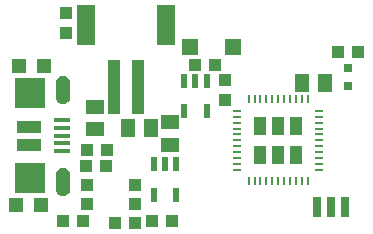
<source format=gbr>
G04 EAGLE Gerber RS-274X export*
G75*
%MOMM*%
%FSLAX34Y34*%
%LPD*%
%INSolderpaste Top*%
%IPPOS*%
%AMOC8*
5,1,8,0,0,1.08239X$1,22.5*%
G01*
%ADD10R,1.500000X1.300000*%
%ADD11R,1.000000X1.100000*%
%ADD12R,1.100000X1.000000*%
%ADD13R,1.300000X1.500000*%
%ADD14R,1.200000X1.200000*%
%ADD15R,0.250000X0.800000*%
%ADD16R,0.800000X0.250000*%
%ADD17R,1.000000X1.500000*%
%ADD18R,1.000000X1.000000*%
%ADD19R,0.700000X1.700000*%
%ADD20R,1.350000X0.400000*%
%ADD21R,2.000000X1.000000*%
%ADD22R,2.500000X2.500000*%
%ADD23R,0.550000X1.200000*%
%ADD24R,1.400000X1.400000*%
%ADD25R,1.000000X4.600000*%
%ADD26R,1.600000X3.400000*%
%ADD27R,0.800000X0.800000*%

G36*
X53548Y141173D02*
X53548Y141173D01*
X54822Y141373D01*
X54869Y141390D01*
X54959Y141411D01*
X56155Y141889D01*
X56198Y141916D01*
X56281Y141956D01*
X57341Y142688D01*
X57377Y142724D01*
X57448Y142782D01*
X58319Y143732D01*
X58346Y143774D01*
X58403Y143847D01*
X59040Y144967D01*
X59057Y145014D01*
X59096Y145097D01*
X59469Y146331D01*
X59474Y146381D01*
X59494Y146471D01*
X59583Y147756D01*
X59581Y147776D01*
X59584Y147800D01*
X59584Y158800D01*
X59582Y158815D01*
X59583Y158835D01*
X59522Y159961D01*
X59511Y160008D01*
X59503Y160084D01*
X59222Y161177D01*
X59202Y161221D01*
X59180Y161294D01*
X58692Y162311D01*
X58664Y162350D01*
X58627Y162417D01*
X57950Y163320D01*
X57915Y163353D01*
X57866Y163411D01*
X57026Y164164D01*
X56985Y164190D01*
X56925Y164238D01*
X55954Y164812D01*
X55909Y164829D01*
X55842Y164865D01*
X54777Y165239D01*
X54730Y165247D01*
X54657Y165269D01*
X53540Y165428D01*
X53512Y165427D01*
X53360Y165428D01*
X52244Y165269D01*
X52198Y165254D01*
X52123Y165239D01*
X51058Y164865D01*
X51016Y164841D01*
X50946Y164812D01*
X49975Y164238D01*
X49938Y164206D01*
X49874Y164164D01*
X49034Y163411D01*
X49005Y163374D01*
X48950Y163320D01*
X48273Y162417D01*
X48251Y162374D01*
X48208Y162311D01*
X47720Y161294D01*
X47707Y161247D01*
X47678Y161177D01*
X47397Y160084D01*
X47394Y160036D01*
X47378Y159961D01*
X47317Y158835D01*
X47319Y158819D01*
X47316Y158800D01*
X47316Y147800D01*
X47319Y147785D01*
X47317Y147765D01*
X47378Y146639D01*
X47390Y146592D01*
X47397Y146516D01*
X47678Y145423D01*
X47698Y145379D01*
X47720Y145306D01*
X48208Y144289D01*
X48237Y144250D01*
X48273Y144183D01*
X48950Y143280D01*
X48985Y143247D01*
X49034Y143189D01*
X49874Y142436D01*
X49915Y142410D01*
X49975Y142362D01*
X50946Y141788D01*
X50991Y141771D01*
X51058Y141735D01*
X52123Y141361D01*
X52170Y141353D01*
X52244Y141331D01*
X53360Y141172D01*
X53361Y141172D01*
X53548Y141173D01*
G37*
G36*
X53548Y63173D02*
X53548Y63173D01*
X54822Y63373D01*
X54869Y63390D01*
X54959Y63411D01*
X56155Y63889D01*
X56198Y63916D01*
X56281Y63956D01*
X57341Y64688D01*
X57377Y64724D01*
X57448Y64782D01*
X58319Y65732D01*
X58346Y65774D01*
X58403Y65847D01*
X59040Y66967D01*
X59057Y67014D01*
X59096Y67097D01*
X59469Y68331D01*
X59474Y68381D01*
X59494Y68471D01*
X59583Y69756D01*
X59581Y69776D01*
X59584Y69800D01*
X59584Y80800D01*
X59582Y80815D01*
X59583Y80835D01*
X59522Y81961D01*
X59511Y82008D01*
X59503Y82084D01*
X59222Y83177D01*
X59202Y83221D01*
X59180Y83294D01*
X58692Y84311D01*
X58664Y84350D01*
X58627Y84417D01*
X57950Y85320D01*
X57915Y85353D01*
X57866Y85411D01*
X57026Y86164D01*
X56985Y86190D01*
X56925Y86238D01*
X55954Y86812D01*
X55909Y86829D01*
X55842Y86865D01*
X54777Y87239D01*
X54730Y87247D01*
X54657Y87269D01*
X53540Y87428D01*
X53512Y87427D01*
X53360Y87428D01*
X52244Y87269D01*
X52198Y87254D01*
X52123Y87239D01*
X51058Y86865D01*
X51016Y86841D01*
X50946Y86812D01*
X49975Y86238D01*
X49938Y86206D01*
X49874Y86164D01*
X49034Y85411D01*
X49005Y85374D01*
X48950Y85320D01*
X48273Y84417D01*
X48251Y84374D01*
X48208Y84311D01*
X47720Y83294D01*
X47707Y83247D01*
X47678Y83177D01*
X47397Y82084D01*
X47394Y82036D01*
X47378Y81961D01*
X47317Y80835D01*
X47319Y80819D01*
X47316Y80800D01*
X47316Y69800D01*
X47319Y69785D01*
X47317Y69765D01*
X47378Y68639D01*
X47390Y68592D01*
X47397Y68516D01*
X47678Y67423D01*
X47698Y67379D01*
X47720Y67306D01*
X48208Y66289D01*
X48237Y66250D01*
X48273Y66183D01*
X48950Y65280D01*
X48985Y65247D01*
X49034Y65189D01*
X49874Y64436D01*
X49915Y64410D01*
X49975Y64362D01*
X50946Y63788D01*
X50991Y63771D01*
X51058Y63735D01*
X52123Y63361D01*
X52170Y63353D01*
X52244Y63331D01*
X53360Y63172D01*
X53361Y63172D01*
X53548Y63173D01*
G37*
D10*
X80880Y120090D03*
X80880Y139090D03*
D11*
X190670Y144410D03*
X190670Y161410D03*
D10*
X143660Y125740D03*
X143660Y106740D03*
D12*
X73690Y102680D03*
X90690Y102680D03*
X72998Y88787D03*
X89998Y88787D03*
D13*
X256152Y159054D03*
X275152Y159054D03*
D14*
X15950Y173590D03*
X36950Y173590D03*
D15*
X210585Y75740D03*
X215585Y75740D03*
X220585Y75740D03*
X225585Y75740D03*
X230585Y75740D03*
X235585Y75740D03*
X240585Y75740D03*
X245585Y75740D03*
X250585Y75740D03*
X255585Y75740D03*
X260585Y75740D03*
D16*
X270335Y85490D03*
X270335Y90490D03*
X270335Y95490D03*
X270335Y100490D03*
X270335Y105490D03*
X270335Y110490D03*
X270335Y115490D03*
X270335Y120490D03*
X270335Y125490D03*
X270335Y130490D03*
X270335Y135490D03*
D15*
X260585Y145240D03*
X255585Y145240D03*
X250585Y145240D03*
X245585Y145240D03*
X240585Y145240D03*
X235585Y145240D03*
X230585Y145240D03*
X225585Y145240D03*
X220585Y145240D03*
X215585Y145240D03*
X210585Y145240D03*
D16*
X200835Y135490D03*
X200835Y130490D03*
X200835Y125490D03*
X200835Y120490D03*
X200835Y115490D03*
X200835Y110490D03*
X200835Y105490D03*
X200835Y100490D03*
X200835Y95490D03*
X200835Y90490D03*
X200835Y85490D03*
D17*
X220585Y122990D03*
X235585Y122990D03*
X250585Y122990D03*
X250585Y97990D03*
X235585Y97990D03*
X220585Y97990D03*
D12*
X97418Y40906D03*
X114418Y40906D03*
D11*
X55880Y218050D03*
X55880Y201050D03*
D18*
X73980Y56770D03*
X73980Y72770D03*
X113980Y72770D03*
X113980Y56770D03*
D19*
X292561Y53866D03*
X280561Y53866D03*
X268561Y53866D03*
D20*
X52200Y127300D03*
X52200Y120800D03*
X52200Y114300D03*
X52200Y107800D03*
X52200Y101300D03*
D21*
X24450Y121800D03*
X24450Y106800D03*
D22*
X25450Y150300D03*
X25450Y78300D03*
D23*
X175108Y161083D03*
X165608Y161083D03*
X156108Y161083D03*
X156108Y135081D03*
X175108Y135081D03*
D24*
X197570Y189230D03*
X160570Y189230D03*
D25*
X96680Y156040D03*
X116680Y156040D03*
D26*
X72680Y208040D03*
X140680Y208040D03*
D23*
X149200Y90471D03*
X139700Y90471D03*
X130200Y90471D03*
X130200Y64469D03*
X149200Y64469D03*
D14*
X34630Y55880D03*
X13630Y55880D03*
D12*
X53730Y41910D03*
X70730Y41910D03*
D13*
X108610Y120650D03*
X127610Y120650D03*
D12*
X145660Y41910D03*
X128660Y41910D03*
X286140Y185420D03*
X303140Y185420D03*
D27*
X294640Y171450D03*
X294640Y156210D03*
D12*
X182490Y174244D03*
X165490Y174244D03*
M02*

</source>
